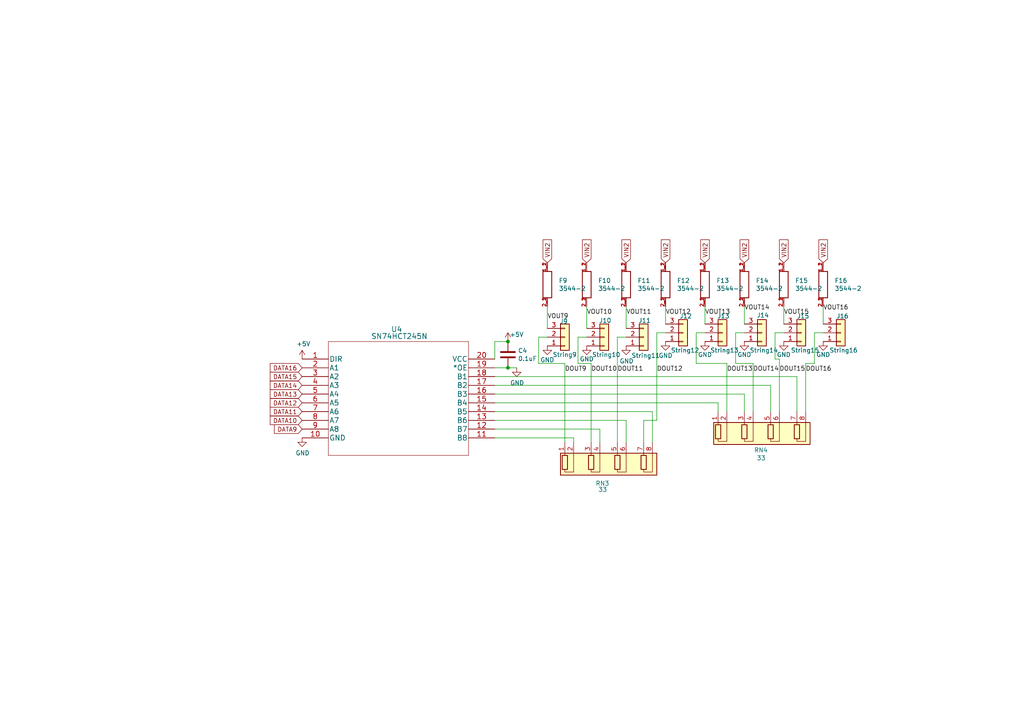
<source format=kicad_sch>
(kicad_sch (version 20250114) (generator "eeschema") (generator_version "9.0")
  (paper "A4")
  (title_block (title "PB 16") (date "2022-05-29") (rev "v1.0h") (company "Scott Hanson"))
  (lib_symbols
    (symbol "Connector_Generic:Conn_01x03" (pin_names (offset 1.016) (hide yes))
      (property "Reference" "J" (at 0 5.08 0))
      (property "Value" "Conn_01x03" (at 0 -5.08 0))
      (symbol "Conn_01x03_1_1"
        (rectangle (start -1.27 3.81) (end 1.27 -3.81) (stroke (width 0.254)) (fill (type background)))
        (rectangle (start -1.27 2.667) (end 0 2.413) (stroke (width 0.1524)))
        (rectangle (start -1.27 0.127) (end 0 -0.127) (stroke (width 0.1524)))
        (rectangle (start -1.27 -2.413) (end 0 -2.667) (stroke (width 0.1524)))
        (pin passive line (at -5.08 2.54 0) (length 3.81) (name "Pin_1") (number "1"))
        (pin passive line (at -5.08 0 0) (length 3.81) (name "Pin_2") (number "2"))
        (pin passive line (at -5.08 -2.54 0) (length 3.81) (name "Pin_3") (number "3"))
      )
    )
    (symbol "Device:C" (pin_numbers (hide yes)) (pin_names (offset 0.254))
      (property "Reference" "C" (at 0.635 2.54 0))
      (property "Value" "C" (at 0.635 -2.54 0))
      (symbol "C_0_1"
        (polyline (pts (xy -2.032 0.762) (xy 2.032 0.762)) (stroke (width 0.508)))
        (polyline (pts (xy -2.032 -0.762) (xy 2.032 -0.762)) (stroke (width 0.508)))
      )
      (symbol "C_1_1"
        (pin passive line (at 0 3.81 270) (length 2.794) (name "~") (number "1"))
        (pin passive line (at 0 -3.81 90) (length 2.794) (name "~") (number "2"))
      )
    )
    (symbol "Device:R_Pack04_SIP" (pin_names (offset 0) (hide yes))
      (property "Reference" "RN" (at -15.24 0 90))
      (property "Value" "R_Pack04_SIP" (at 15.24 0 90))
      (symbol "R_Pack04_SIP_0_1"
        (rectangle (start -13.97 -1.905) (end 13.97 4.445) (stroke (width 0.254)) (fill (type background)))
        (rectangle (start -13.462 2.794) (end -11.938 -1.27) (stroke (width 0.254)))
        (polyline (pts (xy -12.7 2.794) (xy -12.7 3.556) (xy -10.16 3.556) (xy -10.16 -1.27)))
        (rectangle (start -5.842 2.794) (end -4.318 -1.27) (stroke (width 0.254)))
        (polyline (pts (xy -5.08 2.794) (xy -5.08 3.556) (xy -2.54 3.556) (xy -2.54 -1.27)))
        (rectangle (start 1.778 2.794) (end 3.302 -1.27) (stroke (width 0.254)))
        (polyline (pts (xy 2.54 2.794) (xy 2.54 3.556) (xy 5.08 3.556) (xy 5.08 -1.27)))
        (rectangle (start 9.398 2.794) (end 10.922 -1.27) (stroke (width 0.254)))
        (polyline (pts (xy 10.16 2.794) (xy 10.16 3.556) (xy 12.7 3.556) (xy 12.7 -1.27)))
      )
      (symbol "R_Pack04_SIP_1_1"
        (pin passive line (at -12.7 -5.08 90) (length 3.81) (name "R1.1") (number "1"))
        (pin passive line (at -10.16 -5.08 90) (length 3.81) (name "R1.2") (number "2"))
        (pin passive line (at -5.08 -5.08 90) (length 3.81) (name "R2.1") (number "3"))
        (pin passive line (at -2.54 -5.08 90) (length 3.81) (name "R2.2") (number "4"))
        (pin passive line (at 2.54 -5.08 90) (length 3.81) (name "R3.1") (number "5"))
        (pin passive line (at 5.08 -5.08 90) (length 3.81) (name "R3.2") (number "6"))
        (pin passive line (at 10.16 -5.08 90) (length 3.81) (name "R4.1") (number "7"))
        (pin passive line (at 12.7 -5.08 90) (length 3.81) (name "R4.2") (number "8"))
      )
    )
    (symbol "PB_16-rescue:SN74HCT245N-SN74HCT245N" (pin_names (offset 0.254))
      (property "Reference" "U" (at 27.94 10.16 0))
      (property "Value" "SN74HCT245N-SN74HCT245N" (at 27.94 7.62 0))
      (symbol "SN74HCT245N-SN74HCT245N_1_0"
        (polyline (pts (xy 7.62 5.08) (xy 7.62 -27.94)) (stroke (width 0.127)))
        (polyline (pts (xy 7.62 -27.94) (xy 48.26 -27.94)) (stroke (width 0.127)))
        (polyline (pts (xy 48.26 5.08) (xy 7.62 5.08)) (stroke (width 0.127)))
        (polyline (pts (xy 48.26 -27.94) (xy 48.26 5.08)) (stroke (width 0.127)))
        (pin input line (at 0 0 0) (length 7.62) (name "DIR") (number "1"))
        (pin bidirectional line (at 0 -2.54 0) (length 7.62) (name "A1") (number "2"))
        (pin bidirectional line (at 0 -5.08 0) (length 7.62) (name "A2") (number "3"))
        (pin bidirectional line (at 0 -7.62 0) (length 7.62) (name "A3") (number "4"))
        (pin bidirectional line (at 0 -10.16 0) (length 7.62) (name "A4") (number "5"))
        (pin bidirectional line (at 0 -12.7 0) (length 7.62) (name "A5") (number "6"))
        (pin bidirectional line (at 0 -15.24 0) (length 7.62) (name "A6") (number "7"))
        (pin bidirectional line (at 0 -17.78 0) (length 7.62) (name "A7") (number "8"))
        (pin bidirectional line (at 0 -20.32 0) (length 7.62) (name "A8") (number "9"))
        (pin power_in line (at 0 -22.86 0) (length 7.62) (name "GND") (number "10"))
        (pin power_in line (at 55.88 0 180) (length 7.62) (name "VCC") (number "20"))
        (pin input line (at 55.88 -2.54 180) (length 7.62) (name "*OE") (number "19"))
        (pin bidirectional line (at 55.88 -5.08 180) (length 7.62) (name "B1") (number "18"))
        (pin bidirectional line (at 55.88 -7.62 180) (length 7.62) (name "B2") (number "17"))
        (pin bidirectional line (at 55.88 -10.16 180) (length 7.62) (name "B3") (number "16"))
        (pin bidirectional line (at 55.88 -12.7 180) (length 7.62) (name "B4") (number "15"))
        (pin bidirectional line (at 55.88 -15.24 180) (length 7.62) (name "B5") (number "14"))
        (pin bidirectional line (at 55.88 -17.78 180) (length 7.62) (name "B6") (number "13"))
        (pin bidirectional line (at 55.88 -20.32 180) (length 7.62) (name "B7") (number "12"))
        (pin bidirectional line (at 55.88 -22.86 180) (length 7.62) (name "B8") (number "11"))
      )
    )
    (symbol "Scotts:3544-2" (pin_names (offset 1.016) (hide yes))
      (property "Reference" "F?" (at -3.81 2.54 0))
      (property "Value" "3544-2" (at -3.81 -2.54 0))
      (symbol "3544-2_0_0"
        (polyline (pts (xy -3.81 1.27) (xy 3.81 1.27)) (stroke (width 0.254)))
        (polyline (pts (xy -3.81 -1.27) (xy -3.81 1.27)) (stroke (width 0.254)))
        (polyline (pts (xy 3.81 1.27) (xy 3.81 -1.27)) (stroke (width 0.254)))
        (polyline (pts (xy 3.81 -1.27) (xy -3.81 -1.27)) (stroke (width 0.254)))
        (text "~" (at 0 0 0) (effects (font (size 1.27 1.27))))
        (pin passive line (at -6.35 0 0) (length 2.54) (name "1") (number "1_1"))
        (pin passive line (at -6.35 0 0) (length 2.54) (name "1") (number "1_2"))
        (pin passive line (at 6.35 0 180) (length 2.54) (name "2") (number "2_1"))
        (pin passive line (at 6.35 0 180) (length 2.54) (name "2") (number "2_2"))
      )
    )
    (symbol "power:+5V" (power) (pin_names (offset 0))
      (property "Value" "+5V" (at 0 3.556 0))
      (symbol "+5V_0_1"
        (polyline (pts (xy -0.762 1.27) (xy 0 2.54)))
        (polyline (pts (xy 0 2.54) (xy 0.762 1.27)))
        (polyline (pts (xy 0 0) (xy 0 2.54)))
      )
      (symbol "+5V_1_1"
        (pin power_in line (at 0 0 90) (length 0) (hide yes) (name "+5V") (number "1"))
      )
    )
    (symbol "power:GND" (power) (pin_names (offset 0))
      (property "Value" "GND" (at 0 -3.81 0))
      (symbol "GND_0_1"
        (polyline (pts (xy 0 0) (xy 0 -1.27) (xy 1.27 -1.27) (xy 0 -2.54) (xy -1.27 -1.27) (xy 0 -1.27)))
      )
      (symbol "GND_1_1"
        (pin power_in line (at 0 0 270) (length 0) (hide yes) (name "GND") (number "1"))
      )
    )
  )
  (junction (at 147.32 106.68))
  (junction (at 147.32 99.06))
  (wire (pts (xy 143.51 119.38) (xy 189.23 119.38)))
  (wire (pts (xy 143.51 114.3) (xy 215.9 114.3)))
  (wire (pts (xy 171.45 105.41) (xy 167.64 105.41)))
  (wire (pts (xy 236.22 96.52) (xy 238.76 96.52)))
  (wire (pts (xy 226.06 104.14) (xy 224.79 104.14)))
  (wire (pts (xy 179.07 97.79) (xy 181.61 97.79)))
  (wire (pts (xy 201.93 96.52) (xy 201.93 105.41)))
  (wire (pts (xy 236.22 105.41) (xy 236.22 96.52)))
  (wire (pts (xy 213.36 96.52) (xy 213.36 105.41)))
  (wire (pts (xy 204.47 93.98) (xy 204.47 88.9)))
  (wire (pts (xy 170.18 95.25) (xy 170.18 88.9)))
  (wire (pts (xy 190.5 121.92) (xy 186.69 121.92)))
  (wire (pts (xy 233.68 105.41) (xy 236.22 105.41)))
  (wire (pts (xy 231.14 109.22) (xy 231.14 119.38)))
  (wire (pts (xy 181.61 88.9) (xy 181.61 95.25)))
  (wire (pts (xy 166.37 127) (xy 166.37 128.27)))
  (wire (pts (xy 204.47 96.52) (xy 201.93 96.52)))
  (wire (pts (xy 193.04 88.9) (xy 193.04 93.98)))
  (wire (pts (xy 224.79 104.14) (xy 224.79 96.52)))
  (wire (pts (xy 163.83 128.27) (xy 163.83 105.41)))
  (wire (pts (xy 147.32 106.68) (xy 149.86 106.68)))
  (wire (pts (xy 208.28 116.84) (xy 208.28 119.38)))
  (wire (pts (xy 143.51 99.06) (xy 143.51 104.14)))
  (wire (pts (xy 163.83 105.41) (xy 156.21 105.41)))
  (wire (pts (xy 201.93 105.41) (xy 210.82 105.41)))
  (wire (pts (xy 147.32 99.06) (xy 143.51 99.06)))
  (wire (pts (xy 186.69 121.92) (xy 186.69 128.27)))
  (wire (pts (xy 143.51 109.22) (xy 231.14 109.22)))
  (wire (pts (xy 213.36 105.41) (xy 218.44 105.41)))
  (wire (pts (xy 223.52 111.76) (xy 223.52 119.38)))
  (wire (pts (xy 189.23 119.38) (xy 189.23 128.27)))
  (wire (pts (xy 193.04 96.52) (xy 190.5 96.52)))
  (wire (pts (xy 218.44 105.41) (xy 218.44 119.38)))
  (wire (pts (xy 156.21 97.79) (xy 158.75 97.79)))
  (wire (pts (xy 143.51 127) (xy 166.37 127)))
  (wire (pts (xy 224.79 96.52) (xy 227.33 96.52)))
  (wire (pts (xy 215.9 96.52) (xy 213.36 96.52)))
  (wire (pts (xy 156.21 105.41) (xy 156.21 97.79)))
  (wire (pts (xy 215.9 119.38) (xy 215.9 114.3)))
  (wire (pts (xy 143.51 111.76) (xy 223.52 111.76)))
  (wire (pts (xy 173.99 124.46) (xy 173.99 128.27)))
  (wire (pts (xy 227.33 88.9) (xy 227.33 93.98)))
  (wire (pts (xy 167.64 105.41) (xy 167.64 97.79)))
  (wire (pts (xy 179.07 128.27) (xy 179.07 97.79)))
  (wire (pts (xy 143.51 124.46) (xy 173.99 124.46)))
  (wire (pts (xy 171.45 128.27) (xy 171.45 105.41)))
  (wire (pts (xy 181.61 121.92) (xy 181.61 128.27)))
  (wire (pts (xy 143.51 121.92) (xy 181.61 121.92)))
  (wire (pts (xy 158.75 88.9) (xy 158.75 95.25)))
  (wire (pts (xy 238.76 93.98) (xy 238.76 88.9)))
  (wire (pts (xy 143.51 116.84) (xy 208.28 116.84)))
  (wire (pts (xy 215.9 88.9) (xy 215.9 93.98)))
  (wire (pts (xy 190.5 96.52) (xy 190.5 121.92)))
  (wire (pts (xy 233.68 119.38) (xy 233.68 105.41)))
  (wire (pts (xy 147.32 106.68) (xy 143.51 106.68)))
  (wire (pts (xy 226.06 119.38) (xy 226.06 104.14)))
  (wire (pts (xy 170.18 97.79) (xy 167.64 97.79)))
  (wire (pts (xy 210.82 105.41) (xy 210.82 119.38)))
  (label "DOUT16" (at 233.68 107.95 0))
  (label "DOUT13" (at 210.82 107.95 0))
  (label "VOUT9" (at 158.75 92.71 0))
  (label "VOUT14" (at 215.9 90.17 0))
  (label "DOUT15" (at 226.06 107.95 0))
  (label "VOUT12" (at 193.04 91.44 0))
  (label "DOUT11" (at 179.07 107.95 0))
  (label "DOUT10" (at 171.45 107.95 0))
  (label "DOUT9" (at 163.83 107.95 0))
  (label "DOUT12" (at 190.5 107.95 0))
  (label "VOUT11" (at 181.61 91.44 0))
  (label "DOUT14" (at 218.44 107.95 0))
  (label "VOUT16" (at 238.76 90.17 0))
  (label "VOUT15" (at 227.33 91.44 0))
  (label "VOUT10" (at 170.18 91.44 0))
  (label "VOUT13" (at 204.47 91.44 0))
  (global_label "DATA13" (shape input) (at 87.63 114.3 180) (property "Intersheetrefs" "${INTERSHEET_REFS}" (effects (hide yes))))
  (global_label "VIN2" (shape input) (at 227.33 76.2 90) (property "Intersheetrefs" "${INTERSHEET_REFS}" (effects (hide yes))))
  (global_label "DATA16" (shape input) (at 87.63 106.68 180) (property "Intersheetrefs" "${INTERSHEET_REFS}" (effects (hide yes))))
  (global_label "VIN2" (shape input) (at 170.18 76.2 90) (property "Intersheetrefs" "${INTERSHEET_REFS}" (effects (hide yes))))
  (global_label "DATA15" (shape input) (at 87.63 109.22 180) (property "Intersheetrefs" "${INTERSHEET_REFS}" (effects (hide yes))))
  (global_label "DATA10" (shape input) (at 87.63 121.92 180) (property "Intersheetrefs" "${INTERSHEET_REFS}" (effects (hide yes))))
  (global_label "VIN2" (shape input) (at 238.76 76.2 90) (property "Intersheetrefs" "${INTERSHEET_REFS}" (effects (hide yes))))
  (global_label "VIN2" (shape input) (at 181.61 76.2 90) (property "Intersheetrefs" "${INTERSHEET_REFS}" (effects (hide yes))))
  (global_label "VIN2" (shape input) (at 158.75 76.2 90) (property "Intersheetrefs" "${INTERSHEET_REFS}" (effects (hide yes))))
  (global_label "DATA11" (shape input) (at 87.63 119.38 180) (property "Intersheetrefs" "${INTERSHEET_REFS}" (effects (hide yes))))
  (global_label "VIN2" (shape input) (at 193.04 76.2 90) (property "Intersheetrefs" "${INTERSHEET_REFS}" (effects (hide yes))))
  (global_label "VIN2" (shape input) (at 204.47 76.2 90) (property "Intersheetrefs" "${INTERSHEET_REFS}" (effects (hide yes))))
  (global_label "DATA14" (shape input) (at 87.63 111.76 180) (property "Intersheetrefs" "${INTERSHEET_REFS}" (effects (hide yes))))
  (global_label "DATA9" (shape input) (at 87.63 124.46 180) (property "Intersheetrefs" "${INTERSHEET_REFS}" (effects (hide yes))))
  (global_label "DATA12" (shape input) (at 87.63 116.84 180) (property "Intersheetrefs" "${INTERSHEET_REFS}" (effects (hide yes))))
  (global_label "VIN2" (shape input) (at 215.9 76.2 90) (property "Intersheetrefs" "${INTERSHEET_REFS}" (effects (hide yes))))
  (symbol (lib_id "Connector_Generic:Conn_01x03") (at 163.83 97.79 0) (mirror x) (unit 1)
    (property "Reference" "J9" (at 162.306 93.218 0) (effects (justify left)))
    (property "Value" "String9" (at 160.274 102.87 0) (effects (justify left)))
    (property "Footprint" "Connector_Phoenix_MC:PhoenixContact_MCV_1,5_3-G-3.5_1x03_P3.50mm_Vertical" (effects (hide yes)))
    (property "Digi-Key_PN" "277-5737-ND/ED10555-ND" (effects (hide yes)))
    (property "MPN" "1843619/OSTTJ0311530" (effects (hide yes)))
  )
  (symbol (lib_id "Connector_Generic:Conn_01x03") (at 175.26 97.79 0) (mirror x) (unit 1)
    (property "Reference" "J10" (at 173.736 92.964 0) (effects (justify left)))
    (property "Value" "String10" (at 171.704 102.87 0) (effects (justify left)))
    (property "Footprint" "Connector_Phoenix_MC:PhoenixContact_MCV_1,5_3-G-3.5_1x03_P3.50mm_Vertical" (effects (hide yes)))
    (property "Digi-Key_PN" "277-5737-ND/ED10555-ND" (effects (hide yes)))
    (property "MPN" "1843619/OSTTJ0311530" (effects (hide yes)))
  )
  (symbol (lib_id "Connector_Generic:Conn_01x03") (at 186.69 97.79 0) (mirror x) (unit 1)
    (property "Reference" "J11" (at 185.166 92.964 0) (effects (justify left)))
    (property "Value" "String11" (at 183.134 103.124 0) (effects (justify left)))
    (property "Footprint" "Connector_Phoenix_MC:PhoenixContact_MCV_1,5_3-G-3.5_1x03_P3.50mm_Vertical" (effects (hide yes)))
    (property "Digi-Key_PN" "277-5737-ND/ED10555-ND" (effects (hide yes)))
    (property "MPN" "1843619/OSTTJ0311530" (effects (hide yes)))
  )
  (symbol (lib_id "Connector_Generic:Conn_01x03") (at 198.12 96.52 0) (mirror x) (unit 1)
    (property "Reference" "J12" (at 197.104 91.694 0) (effects (justify left)))
    (property "Value" "String12" (at 194.564 101.6 0) (effects (justify left)))
    (property "Footprint" "Connector_Phoenix_MC:PhoenixContact_MCV_1,5_3-G-3.5_1x03_P3.50mm_Vertical" (effects (hide yes)))
    (property "Digi-Key_PN" "277-5737-ND/ED10555-ND" (effects (hide yes)))
    (property "MPN" "1843619/OSTTJ0311530" (effects (hide yes)))
  )
  (symbol (lib_id "Connector_Generic:Conn_01x03") (at 209.55 96.52 0) (mirror x) (unit 1)
    (property "Reference" "J13" (at 208.026 91.694 0) (effects (justify left)))
    (property "Value" "String13" (at 205.994 101.6 0) (effects (justify left)))
    (property "Footprint" "Connector_Phoenix_MC:PhoenixContact_MCV_1,5_3-G-3.5_1x03_P3.50mm_Vertical" (effects (hide yes)))
    (property "Digi-Key_PN" "277-5737-ND/ED10555-ND" (effects (hide yes)))
    (property "MPN" "1843619/OSTTJ0311530" (effects (hide yes)))
  )
  (symbol (lib_id "Connector_Generic:Conn_01x03") (at 220.98 96.52 0) (mirror x) (unit 1)
    (property "Reference" "J14" (at 219.456 91.44 0) (effects (justify left)))
    (property "Value" "String14" (at 217.424 101.6 0) (effects (justify left)))
    (property "Footprint" "Connector_Phoenix_MC:PhoenixContact_MCV_1,5_3-G-3.5_1x03_P3.50mm_Vertical" (effects (hide yes)))
    (property "Digi-Key_PN" "277-5737-ND/ED10555-ND" (effects (hide yes)))
    (property "MPN" "1843619/OSTTJ0311530" (effects (hide yes)))
  )
  (symbol (lib_id "Connector_Generic:Conn_01x03") (at 232.41 96.52 0) (mirror x) (unit 1)
    (property "Reference" "J15" (at 231.14 91.694 0) (effects (justify left)))
    (property "Value" "String15" (at 229.362 101.6 0) (effects (justify left)))
    (property "Footprint" "Connector_Phoenix_MC:PhoenixContact_MCV_1,5_3-G-3.5_1x03_P3.50mm_Vertical" (effects (hide yes)))
    (property "Digi-Key_PN" "277-5737-ND/ED10555-ND" (effects (hide yes)))
    (property "MPN" "1843619/OSTTJ0311530" (effects (hide yes)))
  )
  (symbol (lib_id "Connector_Generic:Conn_01x03") (at 243.84 96.52 0) (mirror x) (unit 1)
    (property "Reference" "J16" (at 242.57 91.694 0) (effects (justify left)))
    (property "Value" "String16" (at 240.538 101.6 0) (effects (justify left)))
    (property "Footprint" "Connector_Phoenix_MC:PhoenixContact_MCV_1,5_3-G-3.5_1x03_P3.50mm_Vertical" (effects (hide yes)))
    (property "Digi-Key_PN" "277-5737-ND/ED10555-ND" (effects (hide yes)))
    (property "MPN" "1843619/OSTTJ0311530" (effects (hide yes)))
  )
  (symbol (lib_id "power:GND") (at 158.75 100.33 0) (unit 1)
    (property "Reference" "#PWR024" (effects (hide yes)))
    (property "Value" "GND" (at 158.75 104.394 0))
  )
  (symbol (lib_id "power:GND") (at 170.18 100.33 0) (unit 1)
    (property "Reference" "#PWR025" (effects (hide yes)))
    (property "Value" "GND" (at 170.18 104.14 0))
  )
  (symbol (lib_id "power:GND") (at 181.61 100.33 0) (unit 1)
    (property "Reference" "#PWR026" (effects (hide yes)))
    (property "Value" "GND" (at 181.737 104.7242 0))
  )
  (symbol (lib_id "power:GND") (at 193.04 99.06 0) (unit 1)
    (property "Reference" "#PWR027" (effects (hide yes)))
    (property "Value" "GND" (at 193.04 103.124 0))
  )
  (symbol (lib_id "power:GND") (at 204.47 99.06 0) (unit 1)
    (property "Reference" "#PWR028" (effects (hide yes)))
    (property "Value" "GND" (at 204.47 102.87 0))
  )
  (symbol (lib_id "power:GND") (at 215.9 99.06 0) (unit 1)
    (property "Reference" "#PWR029" (effects (hide yes)))
    (property "Value" "GND" (at 215.9 102.87 0))
  )
  (symbol (lib_id "power:GND") (at 227.33 99.06 0) (unit 1)
    (property "Reference" "#PWR030" (effects (hide yes)))
    (property "Value" "GND" (at 227.33 102.87 0))
  )
  (symbol (lib_id "power:GND") (at 238.76 99.06 0) (unit 1)
    (property "Reference" "#PWR031" (effects (hide yes)))
    (property "Value" "GND" (at 238.76 102.87 0))
  )
  (symbol (lib_id "Scotts:3544-2") (at 170.18 82.55 270) (unit 1)
    (property "Reference" "F10" (at 173.482 81.3816 90) (effects (justify left)))
    (property "Value" "3544-2" (at 173.482 83.693 90) (effects (justify left)))
    (property "Footprint" "Scotts:FUSE_3544-2" (effects (hide yes)))
    (property "Field4" "3544-2" (effects (hide yes)))
    (property "Field5" "None" (effects (hide yes)))
    (property "Field6" "Unavailable" (effects (hide yes)))
    (property "Field7" "Fuse Clip; 500 VAC; 30 A; PCB; For 0.110 in. x 0.032 in. mini blade fuses" (effects (hide yes)))
    (property "Field8" "Keystone Electronics" (effects (hide yes)))
    (property "Digi-Key_PN" "36-3544-2-ND" (effects (hide yes)))
    (property "MPN" "3544-2" (effects (hide yes)))
    (property "LCSC" "C492610" (effects (hide yes)))
  )
  (symbol (lib_id "Scotts:3544-2") (at 181.61 82.55 270) (unit 1)
    (property "Reference" "F11" (at 184.912 81.3816 90) (effects (justify left)))
    (property "Value" "3544-2" (at 184.912 83.693 90) (effects (justify left)))
    (property "Footprint" "Scotts:FUSE_3544-2" (effects (hide yes)))
    (property "Field4" "3544-2" (effects (hide yes)))
    (property "Field5" "None" (effects (hide yes)))
    (property "Field6" "Unavailable" (effects (hide yes)))
    (property "Field7" "Fuse Clip; 500 VAC; 30 A; PCB; For 0.110 in. x 0.032 in. mini blade fuses" (effects (hide yes)))
    (property "Field8" "Keystone Electronics" (effects (hide yes)))
    (property "Digi-Key_PN" "36-3544-2-ND" (effects (hide yes)))
    (property "MPN" "3544-2" (effects (hide yes)))
    (property "LCSC" "C492610" (effects (hide yes)))
  )
  (symbol (lib_id "Scotts:3544-2") (at 193.04 82.55 270) (unit 1)
    (property "Reference" "F12" (at 196.342 81.3816 90) (effects (justify left)))
    (property "Value" "3544-2" (at 196.342 83.693 90) (effects (justify left)))
    (property "Footprint" "Scotts:FUSE_3544-2" (effects (hide yes)))
    (property "Field4" "3544-2" (effects (hide yes)))
    (property "Field5" "None" (effects (hide yes)))
    (property "Field6" "Unavailable" (effects (hide yes)))
    (property "Field7" "Fuse Clip; 500 VAC; 30 A; PCB; For 0.110 in. x 0.032 in. mini blade fuses" (effects (hide yes)))
    (property "Field8" "Keystone Electronics" (effects (hide yes)))
    (property "Digi-Key_PN" "36-3544-2-ND" (effects (hide yes)))
    (property "MPN" "3544-2" (effects (hide yes)))
    (property "LCSC" "C492610" (effects (hide yes)))
  )
  (symbol (lib_id "Scotts:3544-2") (at 204.47 82.55 270) (unit 1)
    (property "Reference" "F13" (at 207.772 81.3816 90) (effects (justify left)))
    (property "Value" "3544-2" (at 207.772 83.693 90) (effects (justify left)))
    (property "Footprint" "Scotts:FUSE_3544-2" (effects (hide yes)))
    (property "Field4" "3544-2" (effects (hide yes)))
    (property "Field5" "None" (effects (hide yes)))
    (property "Field6" "Unavailable" (effects (hide yes)))
    (property "Field7" "Fuse Clip; 500 VAC; 30 A; PCB; For 0.110 in. x 0.032 in. mini blade fuses" (effects (hide yes)))
    (property "Field8" "Keystone Electronics" (effects (hide yes)))
    (property "Digi-Key_PN" "36-3544-2-ND" (effects (hide yes)))
    (property "MPN" "3544-2" (effects (hide yes)))
    (property "LCSC" "C492610" (effects (hide yes)))
  )
  (symbol (lib_id "Scotts:3544-2") (at 215.9 82.55 270) (unit 1)
    (property "Reference" "F14" (at 219.202 81.3816 90) (effects (justify left)))
    (property "Value" "3544-2" (at 219.202 83.693 90) (effects (justify left)))
    (property "Footprint" "Scotts:FUSE_3544-2" (effects (hide yes)))
    (property "Field4" "3544-2" (effects (hide yes)))
    (property "Field5" "None" (effects (hide yes)))
    (property "Field6" "Unavailable" (effects (hide yes)))
    (property "Field7" "Fuse Clip; 500 VAC; 30 A; PCB; For 0.110 in. x 0.032 in. mini blade fuses" (effects (hide yes)))
    (property "Field8" "Keystone Electronics" (effects (hide yes)))
    (property "Digi-Key_PN" "36-3544-2-ND" (effects (hide yes)))
    (property "MPN" "3544-2" (effects (hide yes)))
    (property "LCSC" "C492610" (effects (hide yes)))
  )
  (symbol (lib_id "Scotts:3544-2") (at 227.33 82.55 270) (unit 1)
    (property "Reference" "F15" (at 230.632 81.3816 90) (effects (justify left)))
    (property "Value" "3544-2" (at 230.632 83.693 90) (effects (justify left)))
    (property "Footprint" "Scotts:FUSE_3544-2" (effects (hide yes)))
    (property "Field4" "3544-2" (effects (hide yes)))
    (property "Field5" "None" (effects (hide yes)))
    (property "Field6" "Unavailable" (effects (hide yes)))
    (property "Field7" "Fuse Clip; 500 VAC; 30 A; PCB; For 0.110 in. x 0.032 in. mini blade fuses" (effects (hide yes)))
    (property "Field8" "Keystone Electronics" (effects (hide yes)))
    (property "Digi-Key_PN" "36-3544-2-ND" (effects (hide yes)))
    (property "MPN" "3544-2" (effects (hide yes)))
    (property "LCSC" "C492610" (effects (hide yes)))
  )
  (symbol (lib_id "Scotts:3544-2") (at 238.76 82.55 270) (unit 1)
    (property "Reference" "F16" (at 242.062 81.3816 90) (effects (justify left)))
    (property "Value" "3544-2" (at 242.062 83.693 90) (effects (justify left)))
    (property "Footprint" "Scotts:FUSE_3544-2" (effects (hide yes)))
    (property "Field4" "3544-2" (effects (hide yes)))
    (property "Field5" "None" (effects (hide yes)))
    (property "Field6" "Unavailable" (effects (hide yes)))
    (property "Field7" "Fuse Clip; 500 VAC; 30 A; PCB; For 0.110 in. x 0.032 in. mini blade fuses" (effects (hide yes)))
    (property "Field8" "Keystone Electronics" (effects (hide yes)))
    (property "Digi-Key_PN" "36-3544-2-ND" (effects (hide yes)))
    (property "MPN" "3544-2" (effects (hide yes)))
    (property "LCSC" "C492610" (effects (hide yes)))
  )
  (symbol (lib_id "power:GND") (at 149.86 106.68 0) (unit 1)
    (property "Reference" "#PWR023" (effects (hide yes)))
    (property "Value" "GND" (at 149.987 111.0742 0))
  )
  (symbol (lib_id "power:+5V") (at 87.63 104.14 0) (unit 1)
    (property "Reference" "#PWR020" (effects (hide yes)))
    (property "Value" "+5V" (at 88.011 99.7458 0))
  )
  (symbol (lib_id "power:GND") (at 87.63 127 0) (unit 1)
    (property "Reference" "#PWR021" (effects (hide yes)))
    (property "Value" "GND" (at 87.757 131.3942 0))
  )
  (symbol (lib_id "Device:C") (at 147.32 102.87 0) (unit 1)
    (property "Reference" "C4" (at 150.241 101.7016 0) (effects (justify left)))
    (property "Value" "0.1uF" (at 150.241 104.013 0) (effects (justify left)))
    (property "Footprint" "Capacitor_THT:C_Rect_L7.0mm_W2.0mm_P5.00mm" (effects (hide yes)))
    (property "Digi-Key_PN" "478-7336-1-ND" (effects (hide yes)))
    (property "MPN" "SR215C104KARTR1" (effects (hide yes)))
  )
  (symbol (lib_id "power:+5V") (at 147.32 99.06 0) (unit 1)
    (property "Reference" "#PWR022" (effects (hide yes)))
    (property "Value" "+5V" (at 149.86 97.028 0))
  )
  (symbol (lib_id "Device:R_Pack04_SIP") (at 220.98 124.46 0) (mirror x) (unit 1)
    (property "Reference" "RN4" (at 218.694 130.556 0) (effects (justify left)))
    (property "Value" "33" (at 219.456 132.842 0) (effects (justify left)))
    (property "Footprint" "Resistor_THT:R_Array_SIP8" (effects (hide yes)))
    (property "Datasheet" "http://www.vishay.com/docs/31509/csc.pdf" (effects (hide yes)))
    (property "Digi-Key_PN" "4608X-2-330LF-ND" (effects (hide yes)))
    (property "MPN" "4608X-102-330LF" (effects (hide yes)))
  )
  (symbol (lib_id "PB_16-rescue:SN74HCT245N-SN74HCT245N") (at 87.63 104.14 0) (unit 1)
    (property "Reference" "U4" (at 115.062 95.504 0) (effects (font (size 1.524 1.524))))
    (property "Value" "SN74HCT245N" (at 115.824 97.536 0) (effects (font (size 1.524 1.524))))
    (property "Footprint" "SN74HCT245N:SN74HCT245N" (effects (hide yes)))
    (property "Digi-Key_PN" "296-1612-5-ND" (effects (hide yes)))
    (property "MPN" "SN74HCT245N" (effects (hide yes)))
  )
  (symbol (lib_id "Scotts:3544-2") (at 158.75 82.55 270) (unit 1)
    (property "Reference" "F9" (at 162.052 81.3816 90) (effects (justify left)))
    (property "Value" "3544-2" (at 162.052 83.693 90) (effects (justify left)))
    (property "Footprint" "Scotts:FUSE_3544-2" (effects (hide yes)))
    (property "Field4" "3544-2" (effects (hide yes)))
    (property "Field5" "None" (effects (hide yes)))
    (property "Field6" "Unavailable" (effects (hide yes)))
    (property "Field7" "Fuse Clip; 500 VAC; 30 A; PCB; For 0.110 in. x 0.032 in. mini blade fuses" (effects (hide yes)))
    (property "Field8" "Keystone Electronics" (effects (hide yes)))
    (property "Digi-Key_PN" "36-3544-2-ND" (effects (hide yes)))
    (property "MPN" "3544-2" (effects (hide yes)))
    (property "LCSC" "C492610" (effects (hide yes)))
  )
  (symbol (lib_id "Device:R_Pack04_SIP") (at 176.53 133.35 0) (mirror x) (unit 1)
    (property "Reference" "RN3" (at 172.72 140.208 0) (effects (justify left)))
    (property "Value" "33" (at 173.482 141.986 0) (effects (justify left)))
    (property "Footprint" "Resistor_THT:R_Array_SIP8" (effects (hide yes)))
    (property "Datasheet" "http://www.vishay.com/docs/31509/csc.pdf" (effects (hide yes)))
    (property "Digi-Key_PN" "4608X-2-330LF-ND" (effects (hide yes)))
    (property "MPN" "4608X-102-330LF" (effects (hide yes)))
  )
)
</source>
